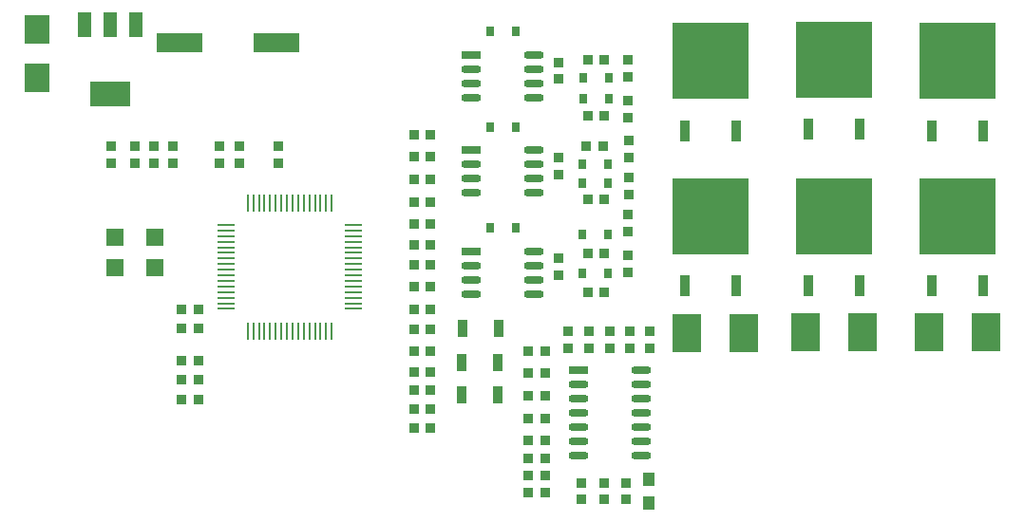
<source format=gbr>
G04*
G04 #@! TF.GenerationSoftware,Altium Limited,Altium Designer,22.4.2 (48)*
G04*
G04 Layer_Color=8421504*
%FSLAX44Y44*%
%MOMM*%
G71*
G04*
G04 #@! TF.SameCoordinates,66DA3E34-DB1B-427B-9A16-6C510F1B548E*
G04*
G04*
G04 #@! TF.FilePolarity,Positive*
G04*
G01*
G75*
%ADD20R,0.9000X0.9000*%
%ADD21O,1.8000X0.6500*%
%ADD22R,1.8000X0.6500*%
%ADD23R,0.7000X0.8500*%
%ADD24R,0.9000X0.9000*%
%ADD25R,1.0000X1.2000*%
%ADD26R,0.9000X1.6000*%
%ADD27R,0.2800X1.5000*%
%ADD28R,1.5000X0.2800*%
%ADD29R,1.5000X1.6000*%
%ADD30R,2.5000X3.4000*%
%ADD31R,0.9500X1.9000*%
%ADD32R,6.8000X6.9000*%
%ADD33R,4.1000X1.8000*%
%ADD34R,1.2000X2.2000*%
%ADD35R,3.6000X2.2000*%
%ADD36R,2.3000X2.5000*%
D20*
X401000Y526500D02*
D03*
Y511500D02*
D03*
Y664500D02*
D03*
Y649500D02*
D03*
Y628500D02*
D03*
Y613500D02*
D03*
X400000Y287500D02*
D03*
Y272500D02*
D03*
X380000D02*
D03*
Y287500D02*
D03*
X360000D02*
D03*
Y272500D02*
D03*
X90000Y587500D02*
D03*
Y572500D02*
D03*
X55000D02*
D03*
Y587500D02*
D03*
X37000Y572500D02*
D03*
Y587500D02*
D03*
X-4000Y572500D02*
D03*
Y587500D02*
D03*
X-21000Y572500D02*
D03*
Y587500D02*
D03*
X-38000Y572500D02*
D03*
Y587500D02*
D03*
X-59000D02*
D03*
Y572500D02*
D03*
X385000Y407500D02*
D03*
Y422500D02*
D03*
X403000Y407500D02*
D03*
Y422500D02*
D03*
X421000D02*
D03*
Y407500D02*
D03*
X367000D02*
D03*
Y422500D02*
D03*
X348000D02*
D03*
Y407500D02*
D03*
X340000Y487500D02*
D03*
Y472500D02*
D03*
X401000Y475500D02*
D03*
Y490500D02*
D03*
X402000Y559500D02*
D03*
Y544500D02*
D03*
Y592500D02*
D03*
Y577500D02*
D03*
X340000Y577500D02*
D03*
Y562500D02*
D03*
Y662500D02*
D03*
Y647500D02*
D03*
D21*
X413000Y311900D02*
D03*
Y324600D02*
D03*
Y337300D02*
D03*
Y350000D02*
D03*
Y362700D02*
D03*
Y375400D02*
D03*
Y388100D02*
D03*
X357000Y311900D02*
D03*
Y324600D02*
D03*
Y337300D02*
D03*
Y350000D02*
D03*
Y362700D02*
D03*
Y375400D02*
D03*
X318000Y630950D02*
D03*
Y643650D02*
D03*
Y656350D02*
D03*
Y669050D02*
D03*
X262000Y630950D02*
D03*
Y643650D02*
D03*
Y656350D02*
D03*
Y481350D02*
D03*
Y468650D02*
D03*
Y455950D02*
D03*
X318000Y494050D02*
D03*
Y481350D02*
D03*
Y468650D02*
D03*
Y455950D02*
D03*
X262000Y571350D02*
D03*
Y558650D02*
D03*
Y545950D02*
D03*
X318000Y584050D02*
D03*
Y571350D02*
D03*
Y558650D02*
D03*
Y545950D02*
D03*
D22*
X357000Y388100D02*
D03*
X262000Y669050D02*
D03*
Y494050D02*
D03*
Y584050D02*
D03*
D23*
X360500Y555000D02*
D03*
X383500D02*
D03*
X360500Y509000D02*
D03*
X383500D02*
D03*
X360500Y474000D02*
D03*
X383500D02*
D03*
X301500Y605000D02*
D03*
X278500D02*
D03*
X301500Y515000D02*
D03*
X278500D02*
D03*
X360500Y572000D02*
D03*
X383500D02*
D03*
X361500Y630000D02*
D03*
X384500D02*
D03*
X361500Y649000D02*
D03*
X384500D02*
D03*
X301500Y690000D02*
D03*
X278500D02*
D03*
D24*
X365500Y492000D02*
D03*
X380500D02*
D03*
X312500Y405000D02*
D03*
X327500D02*
D03*
X312500Y385000D02*
D03*
X327500D02*
D03*
Y365000D02*
D03*
X312500D02*
D03*
Y345000D02*
D03*
X327500D02*
D03*
X312500Y325000D02*
D03*
X327500D02*
D03*
X327500Y309000D02*
D03*
X312500D02*
D03*
X327500Y294000D02*
D03*
X312500D02*
D03*
Y279000D02*
D03*
X327500D02*
D03*
X210500Y336000D02*
D03*
X225500D02*
D03*
X210500Y353000D02*
D03*
X225500D02*
D03*
X210500Y370000D02*
D03*
X225500D02*
D03*
X210500Y386000D02*
D03*
X225500D02*
D03*
X210500Y405000D02*
D03*
X225500D02*
D03*
X210500Y424000D02*
D03*
X225500D02*
D03*
Y442000D02*
D03*
X210500D02*
D03*
X225500Y462000D02*
D03*
X210500D02*
D03*
X225500Y482000D02*
D03*
X210500D02*
D03*
Y500000D02*
D03*
X225500D02*
D03*
X210500Y518000D02*
D03*
X225500D02*
D03*
X210500Y538000D02*
D03*
X225500D02*
D03*
X210500Y558000D02*
D03*
X225500D02*
D03*
X210500Y578000D02*
D03*
X225500D02*
D03*
X210500Y598000D02*
D03*
X225500D02*
D03*
X3500Y396000D02*
D03*
X18500D02*
D03*
Y379000D02*
D03*
X3500D02*
D03*
X18500Y362000D02*
D03*
X3500D02*
D03*
X18500Y425000D02*
D03*
X3500D02*
D03*
Y442000D02*
D03*
X18500D02*
D03*
X365500Y457000D02*
D03*
X380500D02*
D03*
X365500Y540000D02*
D03*
X380500D02*
D03*
X364500Y588000D02*
D03*
X379500D02*
D03*
X365500Y615000D02*
D03*
X380500D02*
D03*
Y665000D02*
D03*
X365500D02*
D03*
D25*
X420000Y269500D02*
D03*
Y290500D02*
D03*
D26*
X286000Y425000D02*
D03*
X254000D02*
D03*
X285000Y395000D02*
D03*
X253000D02*
D03*
X285000Y366000D02*
D03*
X253000D02*
D03*
D27*
X62500Y537000D02*
D03*
X67500D02*
D03*
X72500D02*
D03*
X77500D02*
D03*
X82500D02*
D03*
X87500D02*
D03*
X92500D02*
D03*
X97500D02*
D03*
X102500D02*
D03*
X107500D02*
D03*
X112500D02*
D03*
X117500D02*
D03*
X122500D02*
D03*
X127500D02*
D03*
X132500D02*
D03*
X137500D02*
D03*
Y423000D02*
D03*
X132500D02*
D03*
X127500D02*
D03*
X122500D02*
D03*
X117500D02*
D03*
X112500D02*
D03*
X107500D02*
D03*
X102500D02*
D03*
X97500D02*
D03*
X92500D02*
D03*
X87500D02*
D03*
X82500D02*
D03*
X77500D02*
D03*
X72500D02*
D03*
X67500D02*
D03*
X62500D02*
D03*
D28*
X157000Y517500D02*
D03*
Y512500D02*
D03*
Y507500D02*
D03*
Y502500D02*
D03*
Y497500D02*
D03*
Y492500D02*
D03*
Y487500D02*
D03*
Y482500D02*
D03*
Y477500D02*
D03*
Y472500D02*
D03*
Y467500D02*
D03*
Y462500D02*
D03*
Y457500D02*
D03*
Y452500D02*
D03*
Y447500D02*
D03*
Y442500D02*
D03*
X43000D02*
D03*
Y447500D02*
D03*
Y452500D02*
D03*
Y457500D02*
D03*
Y462500D02*
D03*
Y467500D02*
D03*
Y472500D02*
D03*
Y477500D02*
D03*
Y482500D02*
D03*
Y487500D02*
D03*
Y492500D02*
D03*
Y497500D02*
D03*
Y502500D02*
D03*
Y507500D02*
D03*
Y512500D02*
D03*
Y517500D02*
D03*
D29*
X-20500Y506000D02*
D03*
X-55500D02*
D03*
X-20500Y479000D02*
D03*
X-55500D02*
D03*
D30*
X720500Y422000D02*
D03*
X669500D02*
D03*
X610500D02*
D03*
X559500D02*
D03*
X504500Y421000D02*
D03*
X453500D02*
D03*
D31*
X452000Y463000D02*
D03*
X498000D02*
D03*
X452000Y601500D02*
D03*
X498000D02*
D03*
X608000Y463000D02*
D03*
X562000D02*
D03*
X608000Y603000D02*
D03*
X562000D02*
D03*
X718000Y463000D02*
D03*
X672000D02*
D03*
X718000Y601500D02*
D03*
X672000D02*
D03*
D32*
X475000Y525000D02*
D03*
Y663500D02*
D03*
X585000Y525000D02*
D03*
Y665000D02*
D03*
X695000Y525000D02*
D03*
Y663500D02*
D03*
D33*
X1500Y680000D02*
D03*
X88500D02*
D03*
D34*
X-37000Y696000D02*
D03*
X-60000D02*
D03*
X-83000D02*
D03*
D35*
X-60000Y634000D02*
D03*
D36*
X-124995Y648499D02*
D03*
Y691499D02*
D03*
M02*

</source>
